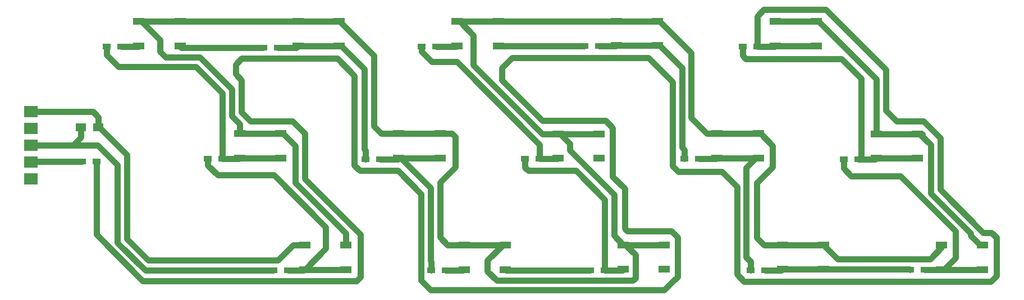
<source format=gbr>
G04 #@! TF.FileFunction,Copper,L1,Top,Signal*
%FSLAX46Y46*%
G04 Gerber Fmt 4.6, Leading zero omitted, Abs format (unit mm)*
G04 Created by KiCad (PCBNEW 4.0.4-stable) date 12/18/16 15:48:06*
%MOMM*%
%LPD*%
G01*
G04 APERTURE LIST*
%ADD10C,0.100000*%
%ADD11R,1.800000X1.100000*%
%ADD12R,1.200000X0.900000*%
%ADD13R,1.500000X1.300000*%
%ADD14R,2.032000X1.727200*%
%ADD15C,0.900000*%
G04 APERTURE END LIST*
D10*
D11*
X119505800Y-115396400D03*
X125705800Y-115396400D03*
X119505800Y-119096400D03*
X125705800Y-119096400D03*
D12*
X116974800Y-119253000D03*
X114774800Y-119253000D03*
X91828800Y-85394800D03*
X89628800Y-85394800D03*
D13*
X88370400Y-97612200D03*
X85670400Y-97612200D03*
D12*
X85844200Y-102793800D03*
X88044200Y-102793800D03*
X187688400Y-85445600D03*
X185488400Y-85445600D03*
X202928400Y-102489000D03*
X200728400Y-102489000D03*
X212936000Y-119151400D03*
X210736000Y-119151400D03*
X188907600Y-119227600D03*
X186707600Y-119227600D03*
X178950800Y-102387400D03*
X176750800Y-102387400D03*
X163863200Y-85344000D03*
X161663200Y-85344000D03*
X139326800Y-85445600D03*
X137126800Y-85445600D03*
X154897000Y-102362000D03*
X152697000Y-102362000D03*
X164701400Y-119176800D03*
X162501400Y-119176800D03*
X140774600Y-119253000D03*
X138574600Y-119253000D03*
X130843200Y-102412800D03*
X128643200Y-102412800D03*
X115450800Y-85572600D03*
X113250800Y-85572600D03*
X107068800Y-102387400D03*
X104868800Y-102387400D03*
D11*
X190448000Y-81665200D03*
X196648000Y-81665200D03*
X190448000Y-85365200D03*
X196648000Y-85365200D03*
X205662600Y-98607000D03*
X211862600Y-98607000D03*
X205662600Y-102307000D03*
X211862600Y-102307000D03*
X215517800Y-115396400D03*
X221717800Y-115396400D03*
X215517800Y-119096400D03*
X221717800Y-119096400D03*
X191514800Y-115371000D03*
X197714800Y-115371000D03*
X191514800Y-119071000D03*
X197714800Y-119071000D03*
X181659600Y-98581600D03*
X187859600Y-98581600D03*
X181659600Y-102281600D03*
X187859600Y-102281600D03*
X166445000Y-81589000D03*
X172645000Y-81589000D03*
X166445000Y-85289000D03*
X172645000Y-85289000D03*
X142467400Y-81665200D03*
X148667400Y-81665200D03*
X142467400Y-85365200D03*
X148667400Y-85365200D03*
X157656600Y-98607000D03*
X163856600Y-98607000D03*
X157656600Y-102307000D03*
X163856600Y-102307000D03*
X167486400Y-115371000D03*
X173686400Y-115371000D03*
X167486400Y-119071000D03*
X173686400Y-119071000D03*
X143508800Y-115396400D03*
X149708800Y-115396400D03*
X143508800Y-119096400D03*
X149708800Y-119096400D03*
X133653600Y-98581600D03*
X139853600Y-98581600D03*
X133653600Y-102281600D03*
X139853600Y-102281600D03*
X118464400Y-81665200D03*
X124664400Y-81665200D03*
X118464400Y-85365200D03*
X124664400Y-85365200D03*
X94461400Y-81639800D03*
X100661400Y-81639800D03*
X94461400Y-85339800D03*
X100661400Y-85339800D03*
X109676000Y-98581600D03*
X115876000Y-98581600D03*
X109676000Y-102281600D03*
X115876000Y-102281600D03*
D14*
X78206600Y-105384600D03*
X78206600Y-102844600D03*
X78206600Y-100304600D03*
X78206600Y-97764600D03*
X78206600Y-95224600D03*
D15*
X104868800Y-102387400D02*
X104868800Y-103344800D01*
X104868800Y-103344800D02*
X106375200Y-104851200D01*
X122656600Y-115945600D02*
X119505800Y-119096400D01*
X106375200Y-104851200D02*
X114808000Y-104851200D01*
X114808000Y-104851200D02*
X122656600Y-112699800D01*
X122656600Y-112699800D02*
X122656600Y-115945600D01*
X119505800Y-119096400D02*
X125705800Y-119096400D01*
X116974800Y-119253000D02*
X119349200Y-119253000D01*
X119349200Y-119253000D02*
X119505800Y-119096400D01*
X114774800Y-119253000D02*
X95454486Y-119253000D01*
X95454486Y-119253000D02*
X91233790Y-115032304D01*
X91233790Y-115032304D02*
X91233790Y-103276190D01*
X91233790Y-103276190D02*
X88262200Y-100304600D01*
X88262200Y-100304600D02*
X84528000Y-100304600D01*
X78206600Y-100304600D02*
X84528000Y-100304600D01*
X84528000Y-100304600D02*
X85670400Y-99162200D01*
X85670400Y-99162200D02*
X85670400Y-97612200D01*
X113250800Y-85572600D02*
X100894200Y-85572600D01*
X100894200Y-85572600D02*
X100661400Y-85339800D01*
X91828800Y-85394800D02*
X94406400Y-85394800D01*
X94406400Y-85394800D02*
X94461400Y-85339800D01*
X107068800Y-92438400D02*
X107068800Y-101037400D01*
X89628800Y-86744800D02*
X91352200Y-88468200D01*
X103098600Y-88468200D02*
X107068800Y-92438400D01*
X89628800Y-85394800D02*
X89628800Y-86744800D01*
X107068800Y-101037400D02*
X107068800Y-102387400D01*
X91352200Y-88468200D02*
X103098600Y-88468200D01*
X109676000Y-102281600D02*
X115876000Y-102281600D01*
X107068800Y-102387400D02*
X109570200Y-102387400D01*
X109570200Y-102387400D02*
X109676000Y-102281600D01*
X143508800Y-115396400D02*
X143504600Y-115392200D01*
X143504600Y-115392200D02*
X141020800Y-115392200D01*
X141020800Y-115392200D02*
X139877800Y-114249200D01*
X142138400Y-99066400D02*
X141653600Y-98581600D01*
X139877800Y-114249200D02*
X139877800Y-105892600D01*
X139877800Y-105892600D02*
X142138400Y-103632000D01*
X142138400Y-103632000D02*
X142138400Y-99066400D01*
X141653600Y-98581600D02*
X139853600Y-98581600D01*
X221367800Y-115396400D02*
X221717800Y-115396400D01*
X212212600Y-98607000D02*
X213890390Y-100284790D01*
X211862600Y-98607000D02*
X212212600Y-98607000D01*
X219917800Y-113946400D02*
X221367800Y-115396400D01*
X219917800Y-113617514D02*
X219917800Y-113946400D01*
X213890390Y-100284790D02*
X213890390Y-107590104D01*
X213890390Y-107590104D02*
X219917800Y-113617514D01*
X197714800Y-115371000D02*
X199869600Y-117525800D01*
X199869600Y-117525800D02*
X213766400Y-117525800D01*
X213766400Y-117525800D02*
X215517800Y-115774400D01*
X215517800Y-115774400D02*
X215517800Y-115396400D01*
X187629800Y-114274600D02*
X188726200Y-115371000D01*
X188726200Y-115371000D02*
X191514800Y-115371000D01*
X187629800Y-106045000D02*
X187629800Y-114274600D01*
X190017400Y-103657400D02*
X187629800Y-106045000D01*
X190017400Y-100389400D02*
X190017400Y-103657400D01*
X187859600Y-98581600D02*
X188209600Y-98581600D01*
X188209600Y-98581600D02*
X190017400Y-100389400D01*
X196648000Y-81665200D02*
X196998000Y-81665200D01*
X205662600Y-90329800D02*
X205662600Y-97157000D01*
X196998000Y-81665200D02*
X205662600Y-90329800D01*
X205662600Y-97157000D02*
X205662600Y-98607000D01*
X211862600Y-98607000D02*
X212653000Y-98607000D01*
X181659600Y-98581600D02*
X180115600Y-98581600D01*
X177749200Y-96215200D02*
X177749200Y-86343200D01*
X180115600Y-98581600D02*
X177749200Y-96215200D01*
X177749200Y-86343200D02*
X172995000Y-81589000D01*
X172995000Y-81589000D02*
X172645000Y-81589000D01*
X142467400Y-81665200D02*
X142817400Y-81665200D01*
X142817400Y-81665200D02*
X144856200Y-83704000D01*
X144856200Y-83704000D02*
X144856200Y-88188800D01*
X144856200Y-88188800D02*
X155274400Y-98607000D01*
X155274400Y-98607000D02*
X155856600Y-98607000D01*
X155856600Y-98607000D02*
X157656600Y-98607000D01*
X167486400Y-115371000D02*
X166116000Y-114000600D01*
X166116000Y-114000600D02*
X166116000Y-107786398D01*
X166116000Y-107786398D02*
X159456600Y-101126998D01*
X159456600Y-101126998D02*
X159456600Y-100057000D01*
X159456600Y-100057000D02*
X158006600Y-98607000D01*
X158006600Y-98607000D02*
X157656600Y-98607000D01*
X167836400Y-115371000D02*
X167486400Y-115371000D01*
X169336401Y-116871001D02*
X167836400Y-115371000D01*
X147040600Y-117714600D02*
X147040600Y-119408202D01*
X148406387Y-120773989D02*
X168943413Y-120773989D01*
X147040600Y-119408202D02*
X148406387Y-120773989D01*
X149358800Y-115396400D02*
X147040600Y-117714600D01*
X149708800Y-115396400D02*
X149358800Y-115396400D01*
X169336401Y-120381001D02*
X169336401Y-116871001D01*
X168943413Y-120773989D02*
X169336401Y-120381001D01*
X124664400Y-81665200D02*
X124718200Y-81665200D01*
X124718200Y-81665200D02*
X129870200Y-86817200D01*
X129870200Y-86817200D02*
X129870200Y-97485200D01*
X129870200Y-97485200D02*
X130966600Y-98581600D01*
X130966600Y-98581600D02*
X133653600Y-98581600D01*
X108483400Y-95939000D02*
X109676000Y-97131600D01*
X94811400Y-81639800D02*
X97612200Y-84440600D01*
X97612200Y-84440600D02*
X97612200Y-86182200D01*
X94461400Y-81639800D02*
X94811400Y-81639800D01*
X98498189Y-87068189D02*
X103678504Y-87068190D01*
X97612200Y-86182200D02*
X98498189Y-87068189D01*
X103678504Y-87068190D02*
X108483400Y-91873086D01*
X108483400Y-91873086D02*
X108483400Y-95939000D01*
X109676000Y-97131600D02*
X109676000Y-98581600D01*
X88370400Y-97612200D02*
X88470400Y-97612200D01*
X88470400Y-97612200D02*
X92633800Y-101775600D01*
X92633800Y-101775600D02*
X92633800Y-114452400D01*
X92633800Y-114452400D02*
X95834200Y-117652800D01*
X95834200Y-117652800D02*
X115449400Y-117652800D01*
X115449400Y-117652800D02*
X117705800Y-115396400D01*
X117705800Y-115396400D02*
X119505800Y-115396400D01*
X78206600Y-95224600D02*
X87532800Y-95224600D01*
X87532800Y-95224600D02*
X88370400Y-96062200D01*
X88370400Y-96062200D02*
X88370400Y-97612200D01*
X125705800Y-113664914D02*
X125705800Y-113946400D01*
X118056190Y-100411790D02*
X118056190Y-106015304D01*
X115876000Y-98581600D02*
X116226000Y-98581600D01*
X118056190Y-106015304D02*
X125705800Y-113664914D01*
X125705800Y-113946400D02*
X125705800Y-115396400D01*
X116226000Y-98581600D02*
X118056190Y-100411790D01*
X94461400Y-81639800D02*
X100661400Y-81639800D01*
X149708800Y-115396400D02*
X143508800Y-115396400D01*
X133653600Y-98581600D02*
X139853600Y-98581600D01*
X205662600Y-98607000D02*
X211862600Y-98607000D01*
X190448000Y-81665200D02*
X196648000Y-81665200D01*
X191514800Y-115371000D02*
X197714800Y-115371000D01*
X187859600Y-98581600D02*
X181659600Y-98581600D01*
X118464400Y-81665200D02*
X124664400Y-81665200D01*
X115876000Y-98581600D02*
X109676000Y-98581600D01*
X167486400Y-115371000D02*
X173686400Y-115371000D01*
X157656600Y-98607000D02*
X163856600Y-98607000D01*
X166445000Y-81589000D02*
X172645000Y-81589000D01*
X148667400Y-81665200D02*
X166368800Y-81665200D01*
X166368800Y-81665200D02*
X166445000Y-81589000D01*
X142467400Y-81665200D02*
X148667400Y-81665200D01*
X100661400Y-81639800D02*
X118439000Y-81639800D01*
X118439000Y-81639800D02*
X118464400Y-81665200D01*
X85844200Y-102793800D02*
X78257400Y-102793800D01*
X78257400Y-102793800D02*
X78206600Y-102844600D01*
X215290400Y-99212400D02*
X215290400Y-107010200D01*
X187688400Y-85445600D02*
X187688400Y-80865800D01*
X215290400Y-107010200D02*
X221792800Y-113512600D01*
X109931200Y-87249000D02*
X109042200Y-88138000D01*
X127838200Y-113817400D02*
X127838200Y-120243600D01*
X187688400Y-80865800D02*
X188671200Y-79883000D01*
X223799400Y-114249200D02*
X223799400Y-120065800D01*
X188671200Y-79883000D02*
X198025802Y-79883000D01*
X109956600Y-90474800D02*
X109956600Y-95351600D01*
X171323000Y-87147400D02*
X150723600Y-87147400D01*
X127838200Y-120243600D02*
X127279400Y-120802400D01*
X223062800Y-113512600D02*
X223799400Y-114249200D01*
X137024599Y-107662199D02*
X133527800Y-104165400D01*
X127279400Y-120802400D02*
X95023972Y-120802400D01*
X198025802Y-79883000D02*
X207086200Y-88943398D01*
X150723600Y-87147400D02*
X149199600Y-88671400D01*
X207086200Y-88943398D02*
X207086200Y-95072200D01*
X185699400Y-120878600D02*
X184658000Y-119837200D01*
X138430000Y-122174000D02*
X137024599Y-120768599D01*
X165912800Y-97683198D02*
X165912800Y-105054400D01*
X175346401Y-120571001D02*
X175288199Y-120571001D01*
X207086200Y-95072200D02*
X208737200Y-96723200D01*
X149199600Y-90525600D02*
X155295600Y-96621600D01*
X208737200Y-96723200D02*
X212801200Y-96723200D01*
X212801200Y-96723200D02*
X215290400Y-99212400D01*
X174904400Y-90728800D02*
X171323000Y-87147400D01*
X221792800Y-113512600D02*
X223062800Y-113512600D01*
X223799400Y-120065800D02*
X222986600Y-120878600D01*
X222986600Y-120878600D02*
X185699400Y-120878600D01*
X174784802Y-113309400D02*
X175666400Y-114190998D01*
X182397400Y-104343200D02*
X175818800Y-104343200D01*
X184658000Y-119837200D02*
X184658000Y-106603800D01*
X175818800Y-104343200D02*
X174904400Y-103428800D01*
X184658000Y-106603800D02*
X182397400Y-104343200D01*
X119456200Y-98526600D02*
X119456200Y-105435400D01*
X174904400Y-103428800D02*
X174904400Y-90728800D01*
X88044200Y-113822628D02*
X88044200Y-104143800D01*
X149199600Y-88671400D02*
X149199600Y-90525600D01*
X175288199Y-120571001D02*
X173685200Y-122174000D01*
X117602000Y-96672400D02*
X119456200Y-98526600D01*
X155295600Y-96621600D02*
X164851202Y-96621600D01*
X109042200Y-88138000D02*
X109042200Y-89560400D01*
X164851202Y-96621600D02*
X165912800Y-97683198D01*
X165912800Y-105054400D02*
X167716200Y-106857800D01*
X109042200Y-89560400D02*
X109956600Y-90474800D01*
X167716200Y-106857800D02*
X167716200Y-112903000D01*
X167716200Y-112903000D02*
X168122600Y-113309400D01*
X168122600Y-113309400D02*
X174784802Y-113309400D01*
X126974600Y-103352600D02*
X126974600Y-89839800D01*
X124383800Y-87249000D02*
X109931200Y-87249000D01*
X111277400Y-96672400D02*
X117602000Y-96672400D01*
X175666400Y-114190998D02*
X175666400Y-120251002D01*
X175666400Y-120251002D02*
X175346401Y-120571001D01*
X126974600Y-89839800D02*
X124383800Y-87249000D01*
X173685200Y-122174000D02*
X138430000Y-122174000D01*
X137024599Y-120768599D02*
X137024599Y-107662199D01*
X133527800Y-104165400D02*
X127787400Y-104165400D01*
X127787400Y-104165400D02*
X126974600Y-103352600D01*
X109956600Y-95351600D02*
X111277400Y-96672400D01*
X119456200Y-105435400D02*
X127838200Y-113817400D01*
X95023972Y-120802400D02*
X88044200Y-113822628D01*
X88044200Y-104143800D02*
X88044200Y-102793800D01*
X190448000Y-85365200D02*
X196648000Y-85365200D01*
X187688400Y-85445600D02*
X190367600Y-85445600D01*
X190367600Y-85445600D02*
X190448000Y-85365200D01*
X185488400Y-85445600D02*
X185488400Y-86809400D01*
X203403200Y-102014200D02*
X202928400Y-102489000D01*
X185488400Y-86809400D02*
X185953400Y-87274400D01*
X185953400Y-87274400D02*
X200406000Y-87274400D01*
X200406000Y-87274400D02*
X203403200Y-90271600D01*
X203403200Y-90271600D02*
X203403200Y-102014200D01*
X205662600Y-102307000D02*
X211862600Y-102307000D01*
X202928400Y-102489000D02*
X205480600Y-102489000D01*
X205480600Y-102489000D02*
X205662600Y-102307000D01*
X215517800Y-119096400D02*
X215867800Y-119096400D01*
X215867800Y-119096400D02*
X217627200Y-117337000D01*
X217627200Y-117337000D02*
X217627200Y-113309400D01*
X200728400Y-103839000D02*
X200728400Y-102489000D01*
X217627200Y-113309400D02*
X209296000Y-104978200D01*
X209296000Y-104978200D02*
X201867600Y-104978200D01*
X201867600Y-104978200D02*
X200728400Y-103839000D01*
X215517800Y-119096400D02*
X221717800Y-119096400D01*
X214436000Y-119151400D02*
X212936000Y-119151400D01*
X220942802Y-119151400D02*
X214436000Y-119151400D01*
X212936000Y-119151400D02*
X215462800Y-119151400D01*
X215462800Y-119151400D02*
X215517800Y-119096400D01*
X210655600Y-119071000D02*
X210736000Y-119151400D01*
X191514800Y-119071000D02*
X210655600Y-119071000D01*
X191514800Y-119071000D02*
X197714800Y-119071000D01*
X188907600Y-119227600D02*
X191358200Y-119227600D01*
X191358200Y-119227600D02*
X191514800Y-119071000D01*
X186059600Y-103731600D02*
X187509600Y-102281600D01*
X186707600Y-117877600D02*
X186059600Y-117229600D01*
X187509600Y-102281600D02*
X187859600Y-102281600D01*
X186707600Y-119227600D02*
X186707600Y-117877600D01*
X186059600Y-117229600D02*
X186059600Y-103731600D01*
X181659600Y-102281600D02*
X187859600Y-102281600D01*
X178950800Y-102387400D02*
X181553800Y-102387400D01*
X181553800Y-102387400D02*
X181659600Y-102281600D01*
X176349189Y-88643189D02*
X172995000Y-85289000D01*
X176349189Y-100635789D02*
X176349189Y-88643189D01*
X176750800Y-101037400D02*
X176349189Y-100635789D01*
X176750800Y-102387400D02*
X176750800Y-101037400D01*
X172995000Y-85289000D02*
X172645000Y-85289000D01*
X166445000Y-85289000D02*
X172645000Y-85289000D01*
X163863200Y-85344000D02*
X166390000Y-85344000D01*
X166390000Y-85344000D02*
X166445000Y-85289000D01*
X161663200Y-85344000D02*
X148688600Y-85344000D01*
X148688600Y-85344000D02*
X148667400Y-85365200D01*
X139326800Y-85445600D02*
X142387000Y-85445600D01*
X142387000Y-85445600D02*
X142467400Y-85365200D01*
X137126800Y-85445600D02*
X137126800Y-86005602D01*
X137126800Y-86005602D02*
X137109200Y-86023202D01*
X137109200Y-86023202D02*
X137109200Y-86207600D01*
X137109200Y-86207600D02*
X138633200Y-87731600D01*
X138633200Y-87731600D02*
X142417800Y-87731600D01*
X154897000Y-100210800D02*
X154897000Y-101012000D01*
X142417800Y-87731600D02*
X154897000Y-100210800D01*
X154897000Y-101012000D02*
X154897000Y-102362000D01*
X154897000Y-102362000D02*
X157601600Y-102362000D01*
X157601600Y-102362000D02*
X157656600Y-102307000D01*
X152697000Y-102362000D02*
X152697000Y-103712000D01*
X152697000Y-103712000D02*
X153150400Y-104165400D01*
X164701400Y-108516600D02*
X164701400Y-117826800D01*
X153150400Y-104165400D02*
X160350200Y-104165400D01*
X160350200Y-104165400D02*
X164701400Y-108516600D01*
X164701400Y-117826800D02*
X164701400Y-119176800D01*
X164701400Y-119176800D02*
X167380600Y-119176800D01*
X167380600Y-119176800D02*
X167486400Y-119071000D01*
X162501400Y-119176800D02*
X149789200Y-119176800D01*
X149789200Y-119176800D02*
X149708800Y-119096400D01*
X140774600Y-119253000D02*
X143352200Y-119253000D01*
X143352200Y-119253000D02*
X143508800Y-119096400D01*
X138477789Y-106755789D02*
X134003600Y-102281600D01*
X138574600Y-119253000D02*
X138574600Y-117903000D01*
X134003600Y-102281600D02*
X133653600Y-102281600D01*
X138574600Y-117903000D02*
X138477789Y-117806189D01*
X138477789Y-117806189D02*
X138477789Y-106755789D01*
X133653600Y-102281600D02*
X139853600Y-102281600D01*
X130843200Y-102412800D02*
X133522400Y-102412800D01*
X133522400Y-102412800D02*
X133653600Y-102281600D01*
X128470189Y-88820989D02*
X125014400Y-85365200D01*
X128470189Y-100889789D02*
X128470189Y-88820989D01*
X128643200Y-101062800D02*
X128470189Y-100889789D01*
X128643200Y-102412800D02*
X128643200Y-101062800D01*
X125014400Y-85365200D02*
X124664400Y-85365200D01*
X124664400Y-85365200D02*
X118464400Y-85365200D01*
X115450800Y-85572600D02*
X118257000Y-85572600D01*
X118257000Y-85572600D02*
X118464400Y-85365200D01*
M02*

</source>
